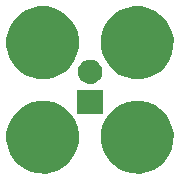
<source format=gts>
%TF.GenerationSoftware,KiCad,Pcbnew,4.0.5-e0-6337~49~ubuntu16.04.1*%
%TF.CreationDate,2017-01-13T07:50:22-08:00*%
%TF.ProjectId,2x2-LED-TH-2.54mm-Pitch,3278322D4C45442D54482D322E35346D,1.0*%
%TF.FileFunction,Soldermask,Top*%
%FSLAX46Y46*%
G04 Gerber Fmt 4.6, Leading zero omitted, Abs format (unit mm)*
G04 Created by KiCad (PCBNEW 4.0.5-e0-6337~49~ubuntu16.04.1) date Fri Jan 13 07:50:22 2017*
%MOMM*%
%LPD*%
G01*
G04 APERTURE LIST*
%ADD10C,0.350000*%
G04 APERTURE END LIST*
D10*
G36*
X136721110Y-107287847D02*
X137312055Y-107409151D01*
X137868198Y-107642932D01*
X138368334Y-107980278D01*
X138793421Y-108408343D01*
X139127266Y-108910821D01*
X139357156Y-109468576D01*
X139474264Y-110060014D01*
X139474264Y-110060024D01*
X139474331Y-110060363D01*
X139464710Y-110749416D01*
X139464633Y-110749754D01*
X139464633Y-110749762D01*
X139331057Y-111337701D01*
X139085685Y-111888816D01*
X138737937Y-112381778D01*
X138301062Y-112797809D01*
X137791700Y-113121061D01*
X137229254Y-113339219D01*
X136635147Y-113443976D01*
X136032003Y-113431342D01*
X135442800Y-113301797D01*
X134889982Y-113060277D01*
X134394607Y-112715982D01*
X133975537Y-112282023D01*
X133648738Y-111774930D01*
X133426656Y-111214014D01*
X133317755Y-110620658D01*
X133326177Y-110017441D01*
X133451606Y-109427347D01*
X133689259Y-108872858D01*
X134030091Y-108375088D01*
X134461112Y-107953000D01*
X134965913Y-107622668D01*
X135525259Y-107396677D01*
X136117845Y-107283636D01*
X136721110Y-107287847D01*
X136721110Y-107287847D01*
G37*
G36*
X144721110Y-107287847D02*
X145312055Y-107409151D01*
X145868198Y-107642932D01*
X146368334Y-107980278D01*
X146793421Y-108408343D01*
X147127266Y-108910821D01*
X147357156Y-109468576D01*
X147474264Y-110060014D01*
X147474264Y-110060024D01*
X147474331Y-110060363D01*
X147464710Y-110749416D01*
X147464633Y-110749754D01*
X147464633Y-110749762D01*
X147331057Y-111337701D01*
X147085685Y-111888816D01*
X146737937Y-112381778D01*
X146301062Y-112797809D01*
X145791700Y-113121061D01*
X145229254Y-113339219D01*
X144635147Y-113443976D01*
X144032003Y-113431342D01*
X143442800Y-113301797D01*
X142889982Y-113060277D01*
X142394607Y-112715982D01*
X141975537Y-112282023D01*
X141648738Y-111774930D01*
X141426656Y-111214014D01*
X141317755Y-110620658D01*
X141326177Y-110017441D01*
X141451606Y-109427347D01*
X141689259Y-108872858D01*
X142030091Y-108375088D01*
X142461112Y-107953000D01*
X142965913Y-107622668D01*
X143525259Y-107396677D01*
X144117845Y-107283636D01*
X144721110Y-107287847D01*
X144721110Y-107287847D01*
G37*
G36*
X141474200Y-108388200D02*
X139321800Y-108388200D01*
X139321800Y-106335800D01*
X141474200Y-106335800D01*
X141474200Y-108388200D01*
X141474200Y-108388200D01*
G37*
G36*
X140505790Y-103796481D02*
X140702921Y-103836947D01*
X140888451Y-103914937D01*
X141055292Y-104027473D01*
X141197098Y-104170272D01*
X141308466Y-104337895D01*
X141385156Y-104523958D01*
X141424176Y-104721027D01*
X141424176Y-104721032D01*
X141424244Y-104721376D01*
X141421034Y-104951239D01*
X141420957Y-104951577D01*
X141420957Y-104951586D01*
X141376449Y-105147490D01*
X141294596Y-105331335D01*
X141178588Y-105495786D01*
X141032850Y-105634571D01*
X140862931Y-105742405D01*
X140675299Y-105815182D01*
X140477112Y-105850128D01*
X140275905Y-105845913D01*
X140079351Y-105802699D01*
X139894933Y-105722128D01*
X139729682Y-105607275D01*
X139589882Y-105462509D01*
X139480864Y-105293345D01*
X139406777Y-105106224D01*
X139370449Y-104908288D01*
X139373258Y-104707058D01*
X139415102Y-104510205D01*
X139494380Y-104325232D01*
X139608080Y-104159178D01*
X139751865Y-104018373D01*
X139920265Y-103908176D01*
X140106860Y-103832786D01*
X140304540Y-103795077D01*
X140505790Y-103796481D01*
X140505790Y-103796481D01*
G37*
G36*
X136721110Y-99287847D02*
X137312055Y-99409151D01*
X137868198Y-99642932D01*
X138368334Y-99980278D01*
X138793421Y-100408343D01*
X139127266Y-100910821D01*
X139357156Y-101468576D01*
X139474264Y-102060014D01*
X139474264Y-102060024D01*
X139474331Y-102060363D01*
X139464710Y-102749416D01*
X139464633Y-102749754D01*
X139464633Y-102749762D01*
X139331057Y-103337701D01*
X139085685Y-103888816D01*
X138737937Y-104381778D01*
X138301062Y-104797809D01*
X137791700Y-105121061D01*
X137229254Y-105339219D01*
X136635147Y-105443976D01*
X136032003Y-105431342D01*
X135442800Y-105301797D01*
X134889982Y-105060277D01*
X134394607Y-104715982D01*
X133975537Y-104282023D01*
X133648738Y-103774930D01*
X133426656Y-103214014D01*
X133317755Y-102620658D01*
X133326177Y-102017441D01*
X133451606Y-101427347D01*
X133689259Y-100872858D01*
X134030091Y-100375088D01*
X134461112Y-99953000D01*
X134965913Y-99622668D01*
X135525259Y-99396677D01*
X136117845Y-99283636D01*
X136721110Y-99287847D01*
X136721110Y-99287847D01*
G37*
G36*
X144721110Y-99287847D02*
X145312055Y-99409151D01*
X145868198Y-99642932D01*
X146368334Y-99980278D01*
X146793421Y-100408343D01*
X147127266Y-100910821D01*
X147357156Y-101468576D01*
X147474264Y-102060014D01*
X147474264Y-102060024D01*
X147474331Y-102060363D01*
X147464710Y-102749416D01*
X147464633Y-102749754D01*
X147464633Y-102749762D01*
X147331057Y-103337701D01*
X147085685Y-103888816D01*
X146737937Y-104381778D01*
X146301062Y-104797809D01*
X145791700Y-105121061D01*
X145229254Y-105339219D01*
X144635147Y-105443976D01*
X144032003Y-105431342D01*
X143442800Y-105301797D01*
X142889982Y-105060277D01*
X142394607Y-104715982D01*
X141975537Y-104282023D01*
X141648738Y-103774930D01*
X141426656Y-103214014D01*
X141317755Y-102620658D01*
X141326177Y-102017441D01*
X141451606Y-101427347D01*
X141689259Y-100872858D01*
X142030091Y-100375088D01*
X142461112Y-99953000D01*
X142965913Y-99622668D01*
X143525259Y-99396677D01*
X144117845Y-99283636D01*
X144721110Y-99287847D01*
X144721110Y-99287847D01*
G37*
M02*

</source>
